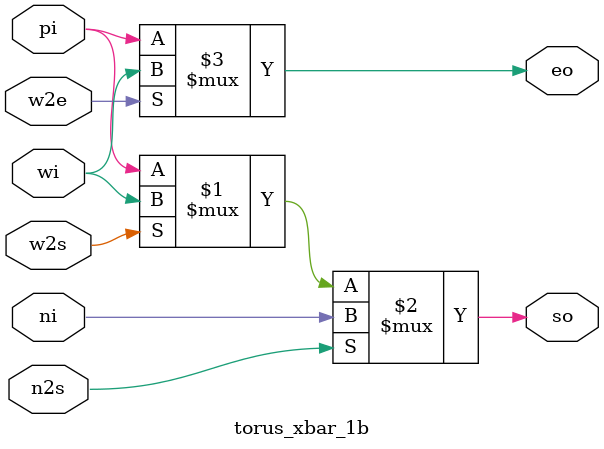
<source format=sv>
`timescale 1ns/1ps

module torus_xbar_1b
(
	input logic w2e,
	input logic w2s,
	input logic n2s,
	input logic ni,
	input logic wi,
	input logic pi,
	output logic so,
	output logic eo
);

// Your Lab1 code here
assign so = n2s ? ni : w2s ? wi : pi;     
assign eo = w2e ? wi : pi;

endmodule

</source>
